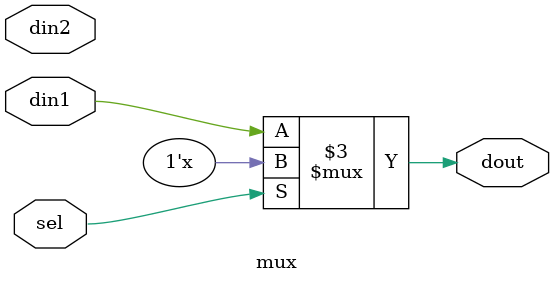
<source format=sv>
module mux (
    input din1, din2,
    input sel,
    output reg dout
);
    always@(*) begin
        case(sel)
        1'b0: dout = din1;
        
        endcase
    end 
endmodule
</source>
